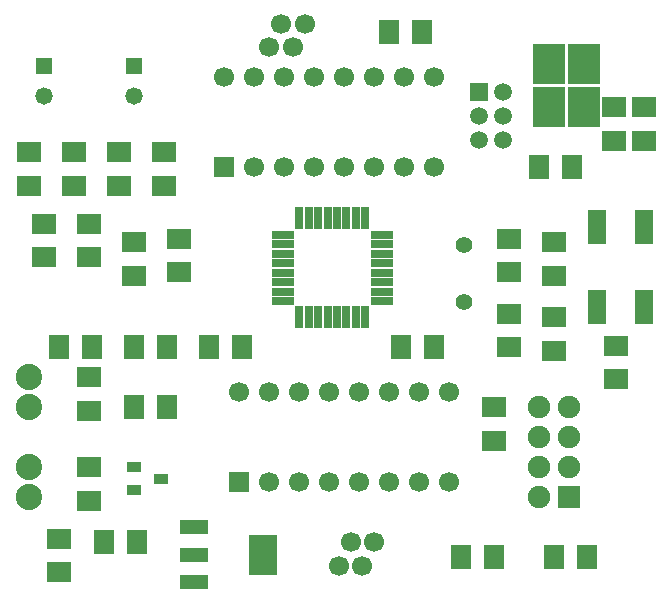
<source format=gts>
G04 DipTrace Beta 2.3.9.1*
%INswarm.gts*%
%MOIN*%
%ADD25R,0.0591X0.0591*%
%ADD26C,0.0591*%
%ADD36R,0.0669X0.0669*%
%ADD37C,0.0669*%
%ADD49C,0.0559*%
%ADD51C,0.0748*%
%ADD52R,0.0748X0.0748*%
%ADD53R,0.1059X0.1379*%
%ADD57C,0.0879*%
%ADD59R,0.0925X0.1358*%
%ADD61R,0.0925X0.0453*%
%ADD63R,0.0492X0.0335*%
%ADD65C,0.0669*%
%ADD67R,0.0748X0.0276*%
%ADD69R,0.0276X0.0748*%
%ADD71R,0.063X0.1161*%
%ADD73R,0.0579X0.0579*%
%ADD75C,0.0579*%
%ADD77R,0.0787X0.0709*%
%ADD79R,0.0709X0.0787*%
%FSLAX44Y44*%
G04*
G70*
G90*
G75*
G01*
%LNTopMask*%
%LPD*%
D79*
X19437Y12937D3*
X18335D3*
X17937Y23437D3*
X19039D3*
D77*
X23437Y16437D3*
Y15335D3*
Y13937D3*
Y12835D3*
X6937Y5437D3*
Y6539D3*
X7937Y8937D3*
Y7835D3*
D79*
X8437Y6437D3*
X9539D3*
X9437Y10937D3*
X10539D3*
D77*
X7937Y11937D3*
Y10835D3*
D75*
X6437Y21335D3*
D73*
Y22335D3*
D75*
X9437Y21335D3*
D73*
Y22335D3*
D77*
X6437Y15937D3*
Y17039D3*
X7937Y15937D3*
Y17039D3*
D79*
X11937Y12937D3*
X13039D3*
D77*
X10937Y15437D3*
Y16539D3*
X21437Y10937D3*
Y9835D3*
X25488Y12988D3*
Y11886D3*
D79*
X21437Y5937D3*
X20335D3*
X23437D3*
X24539D3*
X9437Y12937D3*
X10539D3*
D77*
X21937Y15437D3*
Y16539D3*
Y12937D3*
Y14039D3*
D79*
X6937Y12937D3*
X8039D3*
D77*
X5937Y18335D3*
Y19437D3*
X7437Y18335D3*
Y19437D3*
X10437D3*
Y18335D3*
X8937Y19437D3*
Y18335D3*
D79*
X22937Y18937D3*
X24039D3*
D77*
X26437Y20937D3*
Y19835D3*
X25437Y20937D3*
Y19835D3*
X9437Y16437D3*
Y15335D3*
D71*
X26437Y16937D3*
Y14280D3*
X24862Y16937D3*
Y14280D3*
D69*
X14937Y13937D3*
X15252D3*
X15567D3*
X15882D3*
X16197D3*
X16512D3*
X16827D3*
X17142D3*
D67*
X17693Y14488D3*
Y14803D3*
Y15118D3*
Y15433D3*
Y15748D3*
Y16063D3*
Y16378D3*
Y16693D3*
D69*
X17142Y17244D3*
X16827D3*
X16512D3*
X16197D3*
X15882D3*
X15567D3*
X15252D3*
X14937D3*
D67*
X14386Y16693D3*
Y16378D3*
Y16063D3*
Y15748D3*
Y15433D3*
Y15118D3*
Y14803D3*
Y14488D3*
D36*
X12937Y8437D3*
D37*
X13937D3*
X14937D3*
X15937D3*
X16937D3*
X17937D3*
X18937D3*
X19937D3*
Y11437D3*
X18937D3*
X17937D3*
X16937D3*
X15937D3*
X14937D3*
X13937D3*
X12937D3*
D36*
X12437Y18937D3*
D37*
X13437D3*
X14437D3*
X15437D3*
X16437D3*
X17437D3*
X18437D3*
X19437D3*
Y21937D3*
X18437D3*
X17437D3*
X16437D3*
X15437D3*
X14437D3*
X13437D3*
X12437D3*
D65*
X17437Y6437D3*
X17043Y5650D3*
X16650Y6437D3*
X16256Y5650D3*
X13937Y22937D3*
X14331Y23724D3*
X14724Y22937D3*
X15118Y23724D3*
D63*
X9437Y8937D3*
Y8189D3*
X10343Y8563D3*
D61*
X11437Y6937D3*
Y6031D3*
Y5126D3*
D59*
X13720Y6031D3*
D57*
X5937Y7937D3*
Y8937D3*
Y11937D3*
Y10937D3*
D25*
X20937Y21437D3*
D26*
Y20650D3*
Y19862D3*
X21724Y21437D3*
Y20650D3*
Y19862D3*
D53*
X24437Y20937D3*
Y22397D3*
X23257D3*
Y20937D3*
D52*
X23937Y7937D3*
D51*
X22937D3*
X23937Y8937D3*
X22937D3*
X23937Y9937D3*
X22937D3*
X23937Y10937D3*
X22937D3*
D49*
X20437Y14437D3*
Y16337D3*
M02*

</source>
